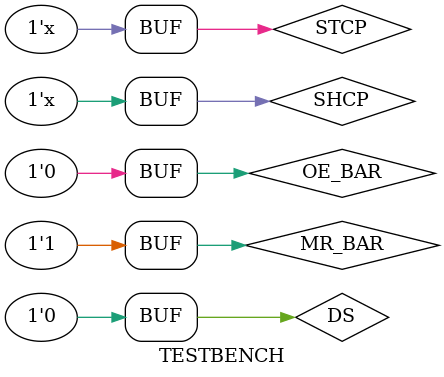
<source format=v>
`timescale 1ns / 1ps


module TESTBENCH;

	// Inputs
	reg DS;
	reg SHCP;
	reg MR_BAR;
	reg STCP;
	reg OE_BAR;

	// Outputs
	wire [7:0] Q;

	// Instantiate the Unit Under Test (UUT)
	serial_ip_serial_or_parallel_out_shift_reg uut (
		.DS(DS), 
		.SHCP(SHCP), 
		.MR_BAR(MR_BAR), 
		.STCP(STCP), 
		.OE_BAR(OE_BAR), 
		.Q(Q)
	);

	initial begin
		// Initialize Inputs
		DS = 0;
		SHCP = 0;
		MR_BAR = 1;
		STCP = 0;
		OE_BAR = 0;

		// Wait 100 ns for global reset to finish
      #100;
		DS = 1;
        
		#100
		DS = 0;
		
		#100;
		DS = 1;
        
		#100
		DS = 0;
		
		#100;
		DS = 1;
        
		#100
		DS = 1;
		
		#100;
		DS = 1;
        
		#100
		DS = 0;
		
		#100;
		DS = 0;
        
		#100;
		DS = 0;
			
	end
	always #50 SHCP = ~SHCP;
	always #50 STCP = ~SHCP; 
      
endmodule


</source>
